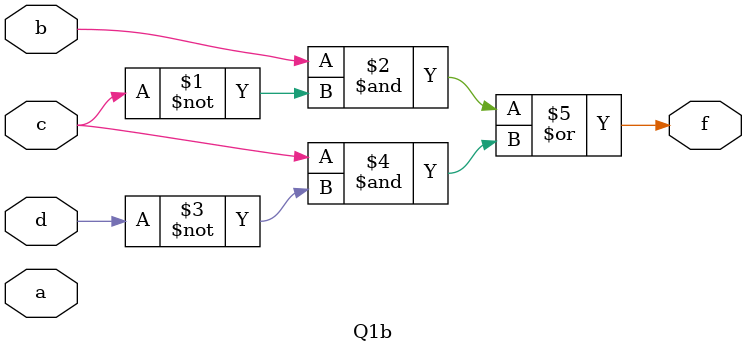
<source format=v>
module Q1b(f,a,b,c,d);
input a,b,c,d;
output f;
assign f=(b&~c)|(c&~d);
endmodule

</source>
